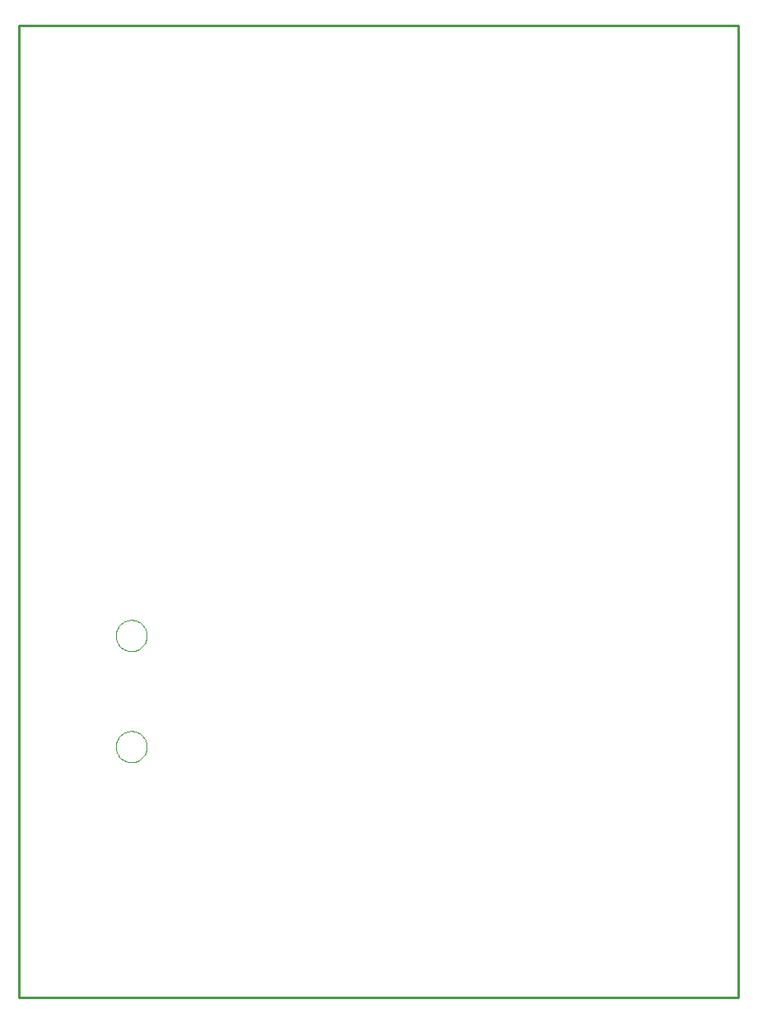
<source format=gko>
G75*
G70*
%OFA0B0*%
%FSLAX24Y24*%
%IPPOS*%
%LPD*%
%AMOC8*
5,1,8,0,0,1.08239X$1,22.5*
%
%ADD10C,0.0100*%
%ADD11C,0.0000*%
D10*
X007769Y005427D02*
X036903Y005427D01*
X036903Y044797D01*
X007769Y044797D01*
X007769Y005427D01*
D11*
X011677Y015582D02*
X011679Y015632D01*
X011685Y015682D01*
X011695Y015731D01*
X011709Y015779D01*
X011726Y015826D01*
X011747Y015871D01*
X011772Y015915D01*
X011800Y015956D01*
X011832Y015995D01*
X011866Y016032D01*
X011903Y016066D01*
X011943Y016096D01*
X011985Y016123D01*
X012029Y016147D01*
X012075Y016168D01*
X012122Y016184D01*
X012170Y016197D01*
X012220Y016206D01*
X012269Y016211D01*
X012320Y016212D01*
X012370Y016209D01*
X012419Y016202D01*
X012468Y016191D01*
X012516Y016176D01*
X012562Y016158D01*
X012607Y016136D01*
X012650Y016110D01*
X012691Y016081D01*
X012730Y016049D01*
X012766Y016014D01*
X012798Y015976D01*
X012828Y015936D01*
X012855Y015893D01*
X012878Y015849D01*
X012897Y015803D01*
X012913Y015755D01*
X012925Y015706D01*
X012933Y015657D01*
X012937Y015607D01*
X012937Y015557D01*
X012933Y015507D01*
X012925Y015458D01*
X012913Y015409D01*
X012897Y015361D01*
X012878Y015315D01*
X012855Y015271D01*
X012828Y015228D01*
X012798Y015188D01*
X012766Y015150D01*
X012730Y015115D01*
X012691Y015083D01*
X012650Y015054D01*
X012607Y015028D01*
X012562Y015006D01*
X012516Y014988D01*
X012468Y014973D01*
X012419Y014962D01*
X012370Y014955D01*
X012320Y014952D01*
X012269Y014953D01*
X012220Y014958D01*
X012170Y014967D01*
X012122Y014980D01*
X012075Y014996D01*
X012029Y015017D01*
X011985Y015041D01*
X011943Y015068D01*
X011903Y015098D01*
X011866Y015132D01*
X011832Y015169D01*
X011800Y015208D01*
X011772Y015249D01*
X011747Y015293D01*
X011726Y015338D01*
X011709Y015385D01*
X011695Y015433D01*
X011685Y015482D01*
X011679Y015532D01*
X011677Y015582D01*
X011677Y020082D02*
X011679Y020132D01*
X011685Y020182D01*
X011695Y020231D01*
X011709Y020279D01*
X011726Y020326D01*
X011747Y020371D01*
X011772Y020415D01*
X011800Y020456D01*
X011832Y020495D01*
X011866Y020532D01*
X011903Y020566D01*
X011943Y020596D01*
X011985Y020623D01*
X012029Y020647D01*
X012075Y020668D01*
X012122Y020684D01*
X012170Y020697D01*
X012220Y020706D01*
X012269Y020711D01*
X012320Y020712D01*
X012370Y020709D01*
X012419Y020702D01*
X012468Y020691D01*
X012516Y020676D01*
X012562Y020658D01*
X012607Y020636D01*
X012650Y020610D01*
X012691Y020581D01*
X012730Y020549D01*
X012766Y020514D01*
X012798Y020476D01*
X012828Y020436D01*
X012855Y020393D01*
X012878Y020349D01*
X012897Y020303D01*
X012913Y020255D01*
X012925Y020206D01*
X012933Y020157D01*
X012937Y020107D01*
X012937Y020057D01*
X012933Y020007D01*
X012925Y019958D01*
X012913Y019909D01*
X012897Y019861D01*
X012878Y019815D01*
X012855Y019771D01*
X012828Y019728D01*
X012798Y019688D01*
X012766Y019650D01*
X012730Y019615D01*
X012691Y019583D01*
X012650Y019554D01*
X012607Y019528D01*
X012562Y019506D01*
X012516Y019488D01*
X012468Y019473D01*
X012419Y019462D01*
X012370Y019455D01*
X012320Y019452D01*
X012269Y019453D01*
X012220Y019458D01*
X012170Y019467D01*
X012122Y019480D01*
X012075Y019496D01*
X012029Y019517D01*
X011985Y019541D01*
X011943Y019568D01*
X011903Y019598D01*
X011866Y019632D01*
X011832Y019669D01*
X011800Y019708D01*
X011772Y019749D01*
X011747Y019793D01*
X011726Y019838D01*
X011709Y019885D01*
X011695Y019933D01*
X011685Y019982D01*
X011679Y020032D01*
X011677Y020082D01*
M02*

</source>
